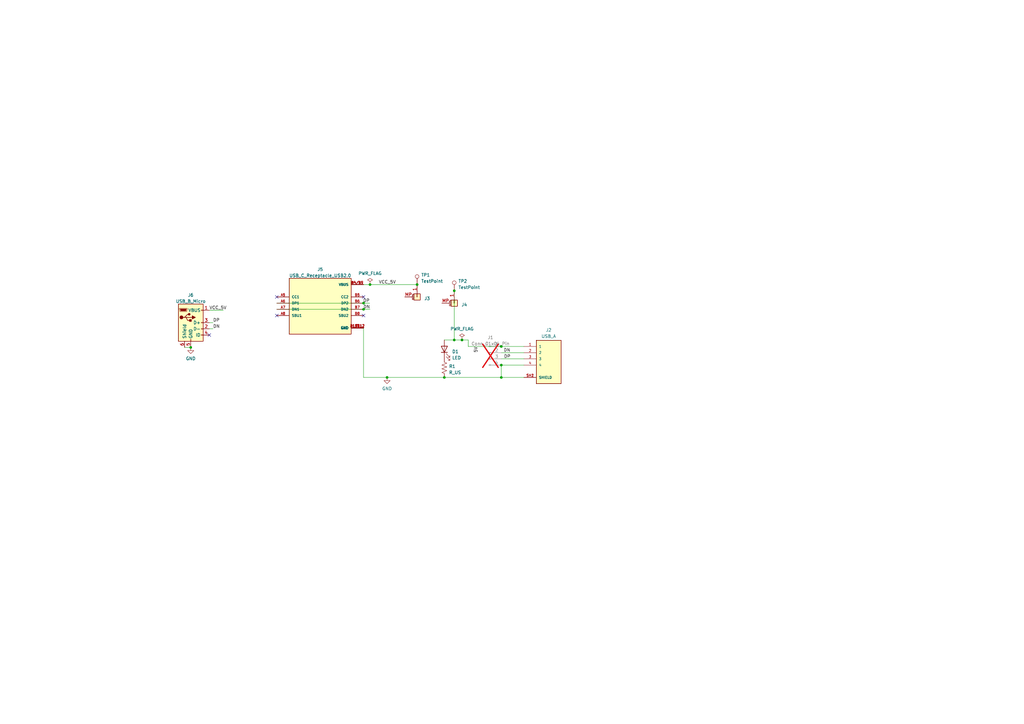
<source format=kicad_sch>
(kicad_sch (version 20230121) (generator eeschema)

  (uuid 8f52a1f3-af29-4f09-ad4b-07320ea77f78)

  (paper "A3")

  (lib_symbols
    (symbol "Connector:Conn_01x04_Pin" (pin_names (offset 1.016) hide) (in_bom yes) (on_board yes)
      (property "Reference" "J" (at 0 5.08 0)
        (effects (font (size 1.27 1.27)))
      )
      (property "Value" "Conn_01x04_Pin" (at 0 -7.62 0)
        (effects (font (size 1.27 1.27)))
      )
      (property "Footprint" "" (at 0 0 0)
        (effects (font (size 1.27 1.27)) hide)
      )
      (property "Datasheet" "~" (at 0 0 0)
        (effects (font (size 1.27 1.27)) hide)
      )
      (property "ki_locked" "" (at 0 0 0)
        (effects (font (size 1.27 1.27)))
      )
      (property "ki_keywords" "connector" (at 0 0 0)
        (effects (font (size 1.27 1.27)) hide)
      )
      (property "ki_description" "Generic connector, single row, 01x04, script generated" (at 0 0 0)
        (effects (font (size 1.27 1.27)) hide)
      )
      (property "ki_fp_filters" "Connector*:*_1x??_*" (at 0 0 0)
        (effects (font (size 1.27 1.27)) hide)
      )
      (symbol "Conn_01x04_Pin_1_1"
        (polyline
          (pts
            (xy 1.27 -5.08)
            (xy 0.8636 -5.08)
          )
          (stroke (width 0.1524) (type default))
          (fill (type none))
        )
        (polyline
          (pts
            (xy 1.27 -2.54)
            (xy 0.8636 -2.54)
          )
          (stroke (width 0.1524) (type default))
          (fill (type none))
        )
        (polyline
          (pts
            (xy 1.27 0)
            (xy 0.8636 0)
          )
          (stroke (width 0.1524) (type default))
          (fill (type none))
        )
        (polyline
          (pts
            (xy 1.27 2.54)
            (xy 0.8636 2.54)
          )
          (stroke (width 0.1524) (type default))
          (fill (type none))
        )
        (rectangle (start 0.8636 -4.953) (end 0 -5.207)
          (stroke (width 0.1524) (type default))
          (fill (type outline))
        )
        (rectangle (start 0.8636 -2.413) (end 0 -2.667)
          (stroke (width 0.1524) (type default))
          (fill (type outline))
        )
        (rectangle (start 0.8636 0.127) (end 0 -0.127)
          (stroke (width 0.1524) (type default))
          (fill (type outline))
        )
        (rectangle (start 0.8636 2.667) (end 0 2.413)
          (stroke (width 0.1524) (type default))
          (fill (type outline))
        )
        (pin passive line (at 5.08 2.54 180) (length 3.81)
          (name "Pin_1" (effects (font (size 1.27 1.27))))
          (number "1" (effects (font (size 1.27 1.27))))
        )
        (pin passive line (at 5.08 0 180) (length 3.81)
          (name "Pin_2" (effects (font (size 1.27 1.27))))
          (number "2" (effects (font (size 1.27 1.27))))
        )
        (pin passive line (at 5.08 -2.54 180) (length 3.81)
          (name "Pin_3" (effects (font (size 1.27 1.27))))
          (number "3" (effects (font (size 1.27 1.27))))
        )
        (pin passive line (at 5.08 -5.08 180) (length 3.81)
          (name "Pin_4" (effects (font (size 1.27 1.27))))
          (number "4" (effects (font (size 1.27 1.27))))
        )
      )
    )
    (symbol "Connector:TestPoint" (pin_numbers hide) (pin_names (offset 0.762) hide) (in_bom yes) (on_board yes)
      (property "Reference" "TP" (at 0 6.858 0)
        (effects (font (size 1.27 1.27)))
      )
      (property "Value" "TestPoint" (at 0 5.08 0)
        (effects (font (size 1.27 1.27)))
      )
      (property "Footprint" "" (at 5.08 0 0)
        (effects (font (size 1.27 1.27)) hide)
      )
      (property "Datasheet" "~" (at 5.08 0 0)
        (effects (font (size 1.27 1.27)) hide)
      )
      (property "ki_keywords" "test point tp" (at 0 0 0)
        (effects (font (size 1.27 1.27)) hide)
      )
      (property "ki_description" "test point" (at 0 0 0)
        (effects (font (size 1.27 1.27)) hide)
      )
      (property "ki_fp_filters" "Pin* Test*" (at 0 0 0)
        (effects (font (size 1.27 1.27)) hide)
      )
      (symbol "TestPoint_0_1"
        (circle (center 0 3.302) (radius 0.762)
          (stroke (width 0) (type default))
          (fill (type none))
        )
      )
      (symbol "TestPoint_1_1"
        (pin passive line (at 0 0 90) (length 2.54)
          (name "1" (effects (font (size 1.27 1.27))))
          (number "1" (effects (font (size 1.27 1.27))))
        )
      )
    )
    (symbol "Connector:USB_B_Micro" (pin_names (offset 1.016)) (in_bom yes) (on_board yes)
      (property "Reference" "J" (at -5.08 11.43 0)
        (effects (font (size 1.27 1.27)) (justify left))
      )
      (property "Value" "USB_B_Micro" (at -5.08 8.89 0)
        (effects (font (size 1.27 1.27)) (justify left))
      )
      (property "Footprint" "" (at 3.81 -1.27 0)
        (effects (font (size 1.27 1.27)) hide)
      )
      (property "Datasheet" "~" (at 3.81 -1.27 0)
        (effects (font (size 1.27 1.27)) hide)
      )
      (property "ki_keywords" "connector USB micro" (at 0 0 0)
        (effects (font (size 1.27 1.27)) hide)
      )
      (property "ki_description" "USB Micro Type B connector" (at 0 0 0)
        (effects (font (size 1.27 1.27)) hide)
      )
      (property "ki_fp_filters" "USB*" (at 0 0 0)
        (effects (font (size 1.27 1.27)) hide)
      )
      (symbol "USB_B_Micro_0_1"
        (rectangle (start -5.08 -7.62) (end 5.08 7.62)
          (stroke (width 0.254) (type default))
          (fill (type background))
        )
        (circle (center -3.81 2.159) (radius 0.635)
          (stroke (width 0.254) (type default))
          (fill (type outline))
        )
        (circle (center -0.635 3.429) (radius 0.381)
          (stroke (width 0.254) (type default))
          (fill (type outline))
        )
        (rectangle (start -0.127 -7.62) (end 0.127 -6.858)
          (stroke (width 0) (type default))
          (fill (type none))
        )
        (polyline
          (pts
            (xy -1.905 2.159)
            (xy 0.635 2.159)
          )
          (stroke (width 0.254) (type default))
          (fill (type none))
        )
        (polyline
          (pts
            (xy -3.175 2.159)
            (xy -2.54 2.159)
            (xy -1.27 3.429)
            (xy -0.635 3.429)
          )
          (stroke (width 0.254) (type default))
          (fill (type none))
        )
        (polyline
          (pts
            (xy -2.54 2.159)
            (xy -1.905 2.159)
            (xy -1.27 0.889)
            (xy 0 0.889)
          )
          (stroke (width 0.254) (type default))
          (fill (type none))
        )
        (polyline
          (pts
            (xy 0.635 2.794)
            (xy 0.635 1.524)
            (xy 1.905 2.159)
            (xy 0.635 2.794)
          )
          (stroke (width 0.254) (type default))
          (fill (type outline))
        )
        (polyline
          (pts
            (xy -4.318 5.588)
            (xy -1.778 5.588)
            (xy -2.032 4.826)
            (xy -4.064 4.826)
            (xy -4.318 5.588)
          )
          (stroke (width 0) (type default))
          (fill (type outline))
        )
        (polyline
          (pts
            (xy -4.699 5.842)
            (xy -4.699 5.588)
            (xy -4.445 4.826)
            (xy -4.445 4.572)
            (xy -1.651 4.572)
            (xy -1.651 4.826)
            (xy -1.397 5.588)
            (xy -1.397 5.842)
            (xy -4.699 5.842)
          )
          (stroke (width 0) (type default))
          (fill (type none))
        )
        (rectangle (start 0.254 1.27) (end -0.508 0.508)
          (stroke (width 0.254) (type default))
          (fill (type outline))
        )
        (rectangle (start 5.08 -5.207) (end 4.318 -4.953)
          (stroke (width 0) (type default))
          (fill (type none))
        )
        (rectangle (start 5.08 -2.667) (end 4.318 -2.413)
          (stroke (width 0) (type default))
          (fill (type none))
        )
        (rectangle (start 5.08 -0.127) (end 4.318 0.127)
          (stroke (width 0) (type default))
          (fill (type none))
        )
        (rectangle (start 5.08 4.953) (end 4.318 5.207)
          (stroke (width 0) (type default))
          (fill (type none))
        )
      )
      (symbol "USB_B_Micro_1_1"
        (pin power_out line (at 7.62 5.08 180) (length 2.54)
          (name "VBUS" (effects (font (size 1.27 1.27))))
          (number "1" (effects (font (size 1.27 1.27))))
        )
        (pin bidirectional line (at 7.62 -2.54 180) (length 2.54)
          (name "D-" (effects (font (size 1.27 1.27))))
          (number "2" (effects (font (size 1.27 1.27))))
        )
        (pin bidirectional line (at 7.62 0 180) (length 2.54)
          (name "D+" (effects (font (size 1.27 1.27))))
          (number "3" (effects (font (size 1.27 1.27))))
        )
        (pin passive line (at 7.62 -5.08 180) (length 2.54)
          (name "ID" (effects (font (size 1.27 1.27))))
          (number "4" (effects (font (size 1.27 1.27))))
        )
        (pin power_out line (at 0 -10.16 90) (length 2.54)
          (name "GND" (effects (font (size 1.27 1.27))))
          (number "5" (effects (font (size 1.27 1.27))))
        )
        (pin passive line (at -2.54 -10.16 90) (length 2.54)
          (name "Shield" (effects (font (size 1.27 1.27))))
          (number "6" (effects (font (size 1.27 1.27))))
        )
      )
    )
    (symbol "Connector_Generic_MountingPin:Conn_01x01_MountingPin" (pin_names (offset 1.016) hide) (in_bom yes) (on_board yes)
      (property "Reference" "J" (at 0 2.54 0)
        (effects (font (size 1.27 1.27)))
      )
      (property "Value" "Conn_01x01_MountingPin" (at 1.27 -2.54 0)
        (effects (font (size 1.27 1.27)) (justify left))
      )
      (property "Footprint" "" (at 0 0 0)
        (effects (font (size 1.27 1.27)) hide)
      )
      (property "Datasheet" "~" (at 0 0 0)
        (effects (font (size 1.27 1.27)) hide)
      )
      (property "ki_keywords" "connector" (at 0 0 0)
        (effects (font (size 1.27 1.27)) hide)
      )
      (property "ki_description" "Generic connectable mounting pin connector, single row, 01x01, script generated (kicad-library-utils/schlib/autogen/connector/)" (at 0 0 0)
        (effects (font (size 1.27 1.27)) hide)
      )
      (property "ki_fp_filters" "Connector*:*_1x??-1MP*" (at 0 0 0)
        (effects (font (size 1.27 1.27)) hide)
      )
      (symbol "Conn_01x01_MountingPin_1_1"
        (rectangle (start -1.27 0.127) (end 0 -0.127)
          (stroke (width 0.1524) (type default))
          (fill (type none))
        )
        (rectangle (start -1.27 1.27) (end 1.27 -1.27)
          (stroke (width 0.254) (type default))
          (fill (type background))
        )
        (polyline
          (pts
            (xy -1.016 -2.032)
            (xy 1.016 -2.032)
          )
          (stroke (width 0.1524) (type default))
          (fill (type none))
        )
        (text "Mounting" (at 0 -1.651 0)
          (effects (font (size 0.381 0.381)))
        )
        (pin passive line (at -5.08 0 0) (length 3.81)
          (name "Pin_1" (effects (font (size 1.27 1.27))))
          (number "1" (effects (font (size 1.27 1.27))))
        )
        (pin passive line (at 0 -5.08 90) (length 3.048)
          (name "MountPin" (effects (font (size 1.27 1.27))))
          (number "MP" (effects (font (size 1.27 1.27))))
        )
      )
    )
    (symbol "Device:LED" (pin_numbers hide) (pin_names (offset 1.016) hide) (in_bom yes) (on_board yes)
      (property "Reference" "D" (at 0 2.54 0)
        (effects (font (size 1.27 1.27)))
      )
      (property "Value" "LED" (at 0 -2.54 0)
        (effects (font (size 1.27 1.27)))
      )
      (property "Footprint" "" (at 0 0 0)
        (effects (font (size 1.27 1.27)) hide)
      )
      (property "Datasheet" "~" (at 0 0 0)
        (effects (font (size 1.27 1.27)) hide)
      )
      (property "ki_keywords" "LED diode" (at 0 0 0)
        (effects (font (size 1.27 1.27)) hide)
      )
      (property "ki_description" "Light emitting diode" (at 0 0 0)
        (effects (font (size 1.27 1.27)) hide)
      )
      (property "ki_fp_filters" "LED* LED_SMD:* LED_THT:*" (at 0 0 0)
        (effects (font (size 1.27 1.27)) hide)
      )
      (symbol "LED_0_1"
        (polyline
          (pts
            (xy -1.27 -1.27)
            (xy -1.27 1.27)
          )
          (stroke (width 0.254) (type default))
          (fill (type none))
        )
        (polyline
          (pts
            (xy -1.27 0)
            (xy 1.27 0)
          )
          (stroke (width 0) (type default))
          (fill (type none))
        )
        (polyline
          (pts
            (xy 1.27 -1.27)
            (xy 1.27 1.27)
            (xy -1.27 0)
            (xy 1.27 -1.27)
          )
          (stroke (width 0.254) (type default))
          (fill (type none))
        )
        (polyline
          (pts
            (xy -3.048 -0.762)
            (xy -4.572 -2.286)
            (xy -3.81 -2.286)
            (xy -4.572 -2.286)
            (xy -4.572 -1.524)
          )
          (stroke (width 0) (type default))
          (fill (type none))
        )
        (polyline
          (pts
            (xy -1.778 -0.762)
            (xy -3.302 -2.286)
            (xy -2.54 -2.286)
            (xy -3.302 -2.286)
            (xy -3.302 -1.524)
          )
          (stroke (width 0) (type default))
          (fill (type none))
        )
      )
      (symbol "LED_1_1"
        (pin passive line (at -3.81 0 0) (length 2.54)
          (name "K" (effects (font (size 1.27 1.27))))
          (number "1" (effects (font (size 1.27 1.27))))
        )
        (pin passive line (at 3.81 0 180) (length 2.54)
          (name "A" (effects (font (size 1.27 1.27))))
          (number "2" (effects (font (size 1.27 1.27))))
        )
      )
    )
    (symbol "Device:R_US" (pin_numbers hide) (pin_names (offset 0)) (in_bom yes) (on_board yes)
      (property "Reference" "R" (at 2.54 0 90)
        (effects (font (size 1.27 1.27)))
      )
      (property "Value" "R_US" (at -2.54 0 90)
        (effects (font (size 1.27 1.27)))
      )
      (property "Footprint" "" (at 1.016 -0.254 90)
        (effects (font (size 1.27 1.27)) hide)
      )
      (property "Datasheet" "~" (at 0 0 0)
        (effects (font (size 1.27 1.27)) hide)
      )
      (property "ki_keywords" "R res resistor" (at 0 0 0)
        (effects (font (size 1.27 1.27)) hide)
      )
      (property "ki_description" "Resistor, US symbol" (at 0 0 0)
        (effects (font (size 1.27 1.27)) hide)
      )
      (property "ki_fp_filters" "R_*" (at 0 0 0)
        (effects (font (size 1.27 1.27)) hide)
      )
      (symbol "R_US_0_1"
        (polyline
          (pts
            (xy 0 -2.286)
            (xy 0 -2.54)
          )
          (stroke (width 0) (type default))
          (fill (type none))
        )
        (polyline
          (pts
            (xy 0 2.286)
            (xy 0 2.54)
          )
          (stroke (width 0) (type default))
          (fill (type none))
        )
        (polyline
          (pts
            (xy 0 -0.762)
            (xy 1.016 -1.143)
            (xy 0 -1.524)
            (xy -1.016 -1.905)
            (xy 0 -2.286)
          )
          (stroke (width 0) (type default))
          (fill (type none))
        )
        (polyline
          (pts
            (xy 0 0.762)
            (xy 1.016 0.381)
            (xy 0 0)
            (xy -1.016 -0.381)
            (xy 0 -0.762)
          )
          (stroke (width 0) (type default))
          (fill (type none))
        )
        (polyline
          (pts
            (xy 0 2.286)
            (xy 1.016 1.905)
            (xy 0 1.524)
            (xy -1.016 1.143)
            (xy 0 0.762)
          )
          (stroke (width 0) (type default))
          (fill (type none))
        )
      )
      (symbol "R_US_1_1"
        (pin passive line (at 0 3.81 270) (length 1.27)
          (name "~" (effects (font (size 1.27 1.27))))
          (number "1" (effects (font (size 1.27 1.27))))
        )
        (pin passive line (at 0 -3.81 90) (length 1.27)
          (name "~" (effects (font (size 1.27 1.27))))
          (number "2" (effects (font (size 1.27 1.27))))
        )
      )
    )
    (symbol "UJ2-AH-4-SMT:UJ2-AH-4-SMT" (pin_names (offset 1.016)) (in_bom yes) (on_board yes)
      (property "Reference" "J" (at -5.0877 7.6315 0)
        (effects (font (size 1.27 1.27)) (justify left bottom))
      )
      (property "Value" "UJ2-AH-4-SMT" (at -5.0826 -12.7065 0)
        (effects (font (size 1.27 1.27)) (justify left bottom))
      )
      (property "Footprint" "UJ2-AH-4-SMT:CUI_UJ2-AH-4-SMT" (at 0 0 0)
        (effects (font (size 1.27 1.27)) (justify bottom) hide)
      )
      (property "Datasheet" "" (at 0 0 0)
        (effects (font (size 1.27 1.27)) hide)
      )
      (property "MF" "CUI Devices" (at 0 0 0)
        (effects (font (size 1.27 1.27)) (justify bottom) hide)
      )
      (property "Description" "Type A, USB 2.0, 480 Mbps, 30 Vac, 1 A, Right Angle, Surface Mount, 30 µin Plating Thickness, Black Insulator, USB Receptacle" (at 0 0 0)
        (effects (font (size 1.27 1.27)) (justify bottom) hide)
      )
      (property "Package" "None" (at 0 0 0)
        (effects (font (size 1.27 1.27)) (justify bottom) hide)
      )
      (property "Price" "None" (at 0 0 0)
        (effects (font (size 1.27 1.27)) (justify bottom) hide)
      )
      (property "Check_prices" "https://www.snapeda.com/parts/UJ2-AH-4-SMT-TR/CUI+Devices/view-part/?ref=eda" (at 0 0 0)
        (effects (font (size 1.27 1.27)) (justify bottom) hide)
      )
      (property "PART_REV" "1.01" (at 0 0 0)
        (effects (font (size 1.27 1.27)) (justify bottom) hide)
      )
      (property "STANDARD" "MANUFACTURER RECOMMENDATIONS" (at 0 0 0)
        (effects (font (size 1.27 1.27)) (justify bottom) hide)
      )
      (property "SnapEDA_Link" "https://www.snapeda.com/parts/UJ2-AH-4-SMT-TR/CUI+Devices/view-part/?ref=snap" (at 0 0 0)
        (effects (font (size 1.27 1.27)) (justify bottom) hide)
      )
      (property "MP" "UJ2-AH-4-SMT-TR" (at 0 0 0)
        (effects (font (size 1.27 1.27)) (justify bottom) hide)
      )
      (property "Purchase-URL" "https://www.snapeda.com/api/url_track_click_mouser/?unipart_id=3606547&manufacturer=CUI Devices&part_name=UJ2-AH-4-SMT-TR&search_term=uj2-ah-4-smt-tr" (at 0 0 0)
        (effects (font (size 1.27 1.27)) (justify bottom) hide)
      )
      (property "CUI_purchase_URL" "https://www.cuidevices.com/product/interconnect/connectors/usb-connectors/uj2-ah-4-smt?utm_source=snapeda.com&utm_medium=referral&utm_campaign=snapedaBOM" (at 0 0 0)
        (effects (font (size 1.27 1.27)) (justify bottom) hide)
      )
      (property "Availability" "In Stock" (at 0 0 0)
        (effects (font (size 1.27 1.27)) (justify bottom) hide)
      )
      (property "MANUFACTURER" "CUI INC" (at 0 0 0)
        (effects (font (size 1.27 1.27)) (justify bottom) hide)
      )
      (symbol "UJ2-AH-4-SMT_0_0"
        (rectangle (start -5.08 -10.16) (end 5.08 7.62)
          (stroke (width 0.254) (type default))
          (fill (type background))
        )
        (pin passive line (at 10.16 5.08 180) (length 5.08)
          (name "1" (effects (font (size 1.016 1.016))))
          (number "1" (effects (font (size 1.016 1.016))))
        )
        (pin passive line (at 10.16 2.54 180) (length 5.08)
          (name "2" (effects (font (size 1.016 1.016))))
          (number "2" (effects (font (size 1.016 1.016))))
        )
        (pin passive line (at 10.16 0 180) (length 5.08)
          (name "3" (effects (font (size 1.016 1.016))))
          (number "3" (effects (font (size 1.016 1.016))))
        )
        (pin passive line (at 10.16 -2.54 180) (length 5.08)
          (name "4" (effects (font (size 1.016 1.016))))
          (number "4" (effects (font (size 1.016 1.016))))
        )
        (pin passive line (at 10.16 -7.62 180) (length 5.08)
          (name "SHIELD" (effects (font (size 1.016 1.016))))
          (number "SH1" (effects (font (size 1.016 1.016))))
        )
        (pin passive line (at 10.16 -7.62 180) (length 5.08)
          (name "SHIELD" (effects (font (size 1.016 1.016))))
          (number "SH2" (effects (font (size 1.016 1.016))))
        )
      )
    )
    (symbol "USB4110GFA:USB4110GFA" (pin_names (offset 1.016)) (in_bom yes) (on_board yes)
      (property "Reference" "J" (at -12.7 11.43 0)
        (effects (font (size 1.27 1.27)) (justify left bottom))
      )
      (property "Value" "USB4110GFA" (at -12.7 -15.24 0)
        (effects (font (size 1.27 1.27)) (justify left bottom))
      )
      (property "Footprint" "USB4110GFA:GCT_USB4110GFA" (at 0 0 0)
        (effects (font (size 1.27 1.27)) (justify bottom) hide)
      )
      (property "Datasheet" "" (at 0 0 0)
        (effects (font (size 1.27 1.27)) hide)
      )
      (property "MF" "Global Connector Technology" (at 0 0 0)
        (effects (font (size 1.27 1.27)) (justify bottom) hide)
      )
      (property "Description" "\nUSB-C (USB TYPE-C) USB 2.0 Receptacle Connector 24 (16+8 Dummy) Position Surface Mount, Right Angle\n" (at 0 0 0)
        (effects (font (size 1.27 1.27)) (justify bottom) hide)
      )
      (property "Package" "None" (at 0 0 0)
        (effects (font (size 1.27 1.27)) (justify bottom) hide)
      )
      (property "Price" "None" (at 0 0 0)
        (effects (font (size 1.27 1.27)) (justify bottom) hide)
      )
      (property "SnapEDA_Link" "https://www.snapeda.com/parts/USB4110GFA/Global+Connector+Technology/view-part/?ref=snap" (at 0 0 0)
        (effects (font (size 1.27 1.27)) (justify bottom) hide)
      )
      (property "MP" "USB4110GFA" (at 0 0 0)
        (effects (font (size 1.27 1.27)) (justify bottom) hide)
      )
      (property "Availability" "In Stock" (at 0 0 0)
        (effects (font (size 1.27 1.27)) (justify bottom) hide)
      )
      (property "Check_prices" "https://www.snapeda.com/parts/USB4110GFA/Global+Connector+Technology/view-part/?ref=eda" (at 0 0 0)
        (effects (font (size 1.27 1.27)) (justify bottom) hide)
      )
      (symbol "USB4110GFA_0_0"
        (rectangle (start -12.7 -12.7) (end 12.7 10.16)
          (stroke (width 0.254) (type default))
          (fill (type background))
        )
        (pin power_in line (at 17.78 -10.16 180) (length 5.08)
          (name "GND" (effects (font (size 1.016 1.016))))
          (number "A1/B12" (effects (font (size 1.016 1.016))))
        )
        (pin power_in line (at 17.78 7.62 180) (length 5.08)
          (name "VBUS" (effects (font (size 1.016 1.016))))
          (number "A4/B9" (effects (font (size 1.016 1.016))))
        )
        (pin bidirectional line (at -17.78 2.54 0) (length 5.08)
          (name "CC1" (effects (font (size 1.016 1.016))))
          (number "A5" (effects (font (size 1.016 1.016))))
        )
        (pin bidirectional line (at -17.78 0 0) (length 5.08)
          (name "DP1" (effects (font (size 1.016 1.016))))
          (number "A6" (effects (font (size 1.016 1.016))))
        )
        (pin bidirectional line (at -17.78 -2.54 0) (length 5.08)
          (name "DN1" (effects (font (size 1.016 1.016))))
          (number "A7" (effects (font (size 1.016 1.016))))
        )
        (pin bidirectional line (at -17.78 -5.08 0) (length 5.08)
          (name "SBU1" (effects (font (size 1.016 1.016))))
          (number "A8" (effects (font (size 1.016 1.016))))
        )
        (pin power_in line (at 17.78 -10.16 180) (length 5.08)
          (name "GND" (effects (font (size 1.016 1.016))))
          (number "B1/A12" (effects (font (size 1.016 1.016))))
        )
        (pin power_in line (at 17.78 7.62 180) (length 5.08)
          (name "VBUS" (effects (font (size 1.016 1.016))))
          (number "B4/A9" (effects (font (size 1.016 1.016))))
        )
        (pin bidirectional line (at 17.78 2.54 180) (length 5.08)
          (name "CC2" (effects (font (size 1.016 1.016))))
          (number "B5" (effects (font (size 1.016 1.016))))
        )
        (pin bidirectional line (at 17.78 0 180) (length 5.08)
          (name "DP2" (effects (font (size 1.016 1.016))))
          (number "B6" (effects (font (size 1.016 1.016))))
        )
        (pin bidirectional line (at 17.78 -2.54 180) (length 5.08)
          (name "DN2" (effects (font (size 1.016 1.016))))
          (number "B7" (effects (font (size 1.016 1.016))))
        )
        (pin bidirectional line (at 17.78 -5.08 180) (length 5.08)
          (name "SBU2" (effects (font (size 1.016 1.016))))
          (number "B8" (effects (font (size 1.016 1.016))))
        )
        (pin power_in line (at 17.78 -10.16 180) (length 5.08)
          (name "GND" (effects (font (size 1.016 1.016))))
          (number "S1" (effects (font (size 1.016 1.016))))
        )
        (pin power_in line (at 17.78 -10.16 180) (length 5.08)
          (name "GND" (effects (font (size 1.016 1.016))))
          (number "S2" (effects (font (size 1.016 1.016))))
        )
        (pin power_in line (at 17.78 -10.16 180) (length 5.08)
          (name "GND" (effects (font (size 1.016 1.016))))
          (number "S3" (effects (font (size 1.016 1.016))))
        )
        (pin power_in line (at 17.78 -10.16 180) (length 5.08)
          (name "GND" (effects (font (size 1.016 1.016))))
          (number "S4" (effects (font (size 1.016 1.016))))
        )
      )
    )
    (symbol "power:GND" (power) (pin_names (offset 0)) (in_bom yes) (on_board yes)
      (property "Reference" "#PWR" (at 0 -6.35 0)
        (effects (font (size 1.27 1.27)) hide)
      )
      (property "Value" "GND" (at 0 -3.81 0)
        (effects (font (size 1.27 1.27)))
      )
      (property "Footprint" "" (at 0 0 0)
        (effects (font (size 1.27 1.27)) hide)
      )
      (property "Datasheet" "" (at 0 0 0)
        (effects (font (size 1.27 1.27)) hide)
      )
      (property "ki_keywords" "global power" (at 0 0 0)
        (effects (font (size 1.27 1.27)) hide)
      )
      (property "ki_description" "Power symbol creates a global label with name \"GND\" , ground" (at 0 0 0)
        (effects (font (size 1.27 1.27)) hide)
      )
      (symbol "GND_0_1"
        (polyline
          (pts
            (xy 0 0)
            (xy 0 -1.27)
            (xy 1.27 -1.27)
            (xy 0 -2.54)
            (xy -1.27 -1.27)
            (xy 0 -1.27)
          )
          (stroke (width 0) (type default))
          (fill (type none))
        )
      )
      (symbol "GND_1_1"
        (pin power_in line (at 0 0 270) (length 0) hide
          (name "GND" (effects (font (size 1.27 1.27))))
          (number "1" (effects (font (size 1.27 1.27))))
        )
      )
    )
    (symbol "power:PWR_FLAG" (power) (pin_numbers hide) (pin_names (offset 0) hide) (in_bom yes) (on_board yes)
      (property "Reference" "#FLG" (at 0 1.905 0)
        (effects (font (size 1.27 1.27)) hide)
      )
      (property "Value" "PWR_FLAG" (at 0 3.81 0)
        (effects (font (size 1.27 1.27)))
      )
      (property "Footprint" "" (at 0 0 0)
        (effects (font (size 1.27 1.27)) hide)
      )
      (property "Datasheet" "~" (at 0 0 0)
        (effects (font (size 1.27 1.27)) hide)
      )
      (property "ki_keywords" "flag power" (at 0 0 0)
        (effects (font (size 1.27 1.27)) hide)
      )
      (property "ki_description" "Special symbol for telling ERC where power comes from" (at 0 0 0)
        (effects (font (size 1.27 1.27)) hide)
      )
      (symbol "PWR_FLAG_0_0"
        (pin power_out line (at 0 0 90) (length 0)
          (name "pwr" (effects (font (size 1.27 1.27))))
          (number "1" (effects (font (size 1.27 1.27))))
        )
      )
      (symbol "PWR_FLAG_0_1"
        (polyline
          (pts
            (xy 0 0)
            (xy 0 1.27)
            (xy -1.016 1.905)
            (xy 0 2.54)
            (xy 1.016 1.905)
            (xy 0 1.27)
          )
          (stroke (width 0) (type default))
          (fill (type none))
        )
      )
    )
  )

  (junction (at 158.75 154.813) (diameter 0) (color 0 0 0 0)
    (uuid 1feaab27-b7ac-45f5-b0c6-83d95775c64c)
  )
  (junction (at 205.613 149.733) (diameter 0) (color 0 0 0 0)
    (uuid 20d24050-1eac-400b-8b2f-f93015a0ccc7)
  )
  (junction (at 186.309 119.253) (diameter 0) (color 0 0 0 0)
    (uuid 2549b249-c9da-4de3-9bba-d053446ebff4)
  )
  (junction (at 205.613 154.813) (diameter 0) (color 0 0 0 0)
    (uuid 626eab5d-f12d-44ae-a7dc-096a75c643eb)
  )
  (junction (at 78.232 142.494) (diameter 0) (color 0 0 0 0)
    (uuid 64d22d01-f07c-44b5-bacc-6a7877c81898)
  )
  (junction (at 151.765 116.713) (diameter 0) (color 0 0 0 0)
    (uuid 6bc4a73e-6d10-40ac-b38c-38a74060efb5)
  )
  (junction (at 189.484 139.446) (diameter 0) (color 0 0 0 0)
    (uuid 95fa9021-80d1-411a-8dc3-bbbac01349d7)
  )
  (junction (at 149.098 124.333) (diameter 0) (color 0 0 0 0)
    (uuid 97ff47d9-23a9-4322-82d4-8897d21ac06c)
  )
  (junction (at 149.098 126.873) (diameter 0) (color 0 0 0 0)
    (uuid 992f8714-7c07-41f6-9403-4853efda28df)
  )
  (junction (at 182.245 154.813) (diameter 0) (color 0 0 0 0)
    (uuid b3098a08-0a36-4911-b5bc-6897a778dbb1)
  )
  (junction (at 205.613 142.113) (diameter 0) (color 0 0 0 0)
    (uuid c9dd10cd-aba4-4d49-8fe5-e2a7401caf83)
  )
  (junction (at 171.069 116.713) (diameter 0) (color 0 0 0 0)
    (uuid e166777c-7a6d-40e2-9f8b-5bdf0976ff08)
  )
  (junction (at 186.309 139.446) (diameter 0) (color 0 0 0 0)
    (uuid e5fca881-61f5-47be-acb0-1e1f4a3c2789)
  )

  (no_connect (at 113.538 129.413) (uuid 489eafc1-113e-43ce-a065-fd3f9a00627d))
  (no_connect (at 85.852 137.414) (uuid 7b6fe9d1-6114-4d77-8dbc-62f087453cfc))
  (no_connect (at 149.098 129.413) (uuid a1d1a0a5-0b06-4844-a7d2-e6a7e789d0ad))
  (no_connect (at 149.098 121.793) (uuid ddd681ee-9bdf-4a71-a2f6-361095b0618c))
  (no_connect (at 113.538 121.793) (uuid f4b118f1-3862-432f-9616-509d1dc38f0d))

  (wire (pts (xy 113.538 126.873) (xy 149.098 126.873))
    (stroke (width 0) (type default))
    (uuid 01aaa46b-542d-4e7f-aa3f-d9fd9e65d96c)
  )
  (wire (pts (xy 85.852 127.254) (xy 91.567 127.254))
    (stroke (width 0) (type default))
    (uuid 0eabe846-5555-422e-9dda-d1048f8cede3)
  )
  (wire (pts (xy 192.024 142.113) (xy 205.613 142.113))
    (stroke (width 0) (type default))
    (uuid 15afc7e4-0112-4961-b3ba-83e50ebf44bf)
  )
  (wire (pts (xy 189.484 139.446) (xy 192.024 139.446))
    (stroke (width 0) (type default))
    (uuid 179a441e-8a27-4f8c-b6fe-519781598246)
  )
  (wire (pts (xy 182.245 139.446) (xy 186.309 139.446))
    (stroke (width 0) (type default))
    (uuid 264d6144-2faf-4f1b-be79-3631889c2d57)
  )
  (wire (pts (xy 186.309 139.446) (xy 189.484 139.446))
    (stroke (width 0) (type default))
    (uuid 3baf081b-3ec1-47e1-9b9c-d3ac7e48853a)
  )
  (wire (pts (xy 149.098 126.873) (xy 151.765 126.873))
    (stroke (width 0) (type default))
    (uuid 4395f2bc-0269-4a9f-8126-b0ed16821574)
  )
  (wire (pts (xy 149.098 134.493) (xy 149.098 154.813))
    (stroke (width 0) (type default))
    (uuid 4d6603d8-dfb3-4062-b5c3-355b50030988)
  )
  (wire (pts (xy 151.765 116.713) (xy 171.069 116.713))
    (stroke (width 0) (type default))
    (uuid 518cc5ba-6187-403b-83e0-c585d7019a4f)
  )
  (wire (pts (xy 158.75 154.813) (xy 182.245 154.813))
    (stroke (width 0) (type default))
    (uuid 5b28cec9-283e-4fdf-a491-7f33f3db3e19)
  )
  (wire (pts (xy 182.245 154.813) (xy 205.613 154.813))
    (stroke (width 0) (type default))
    (uuid 6b3b58bb-c7af-4690-871e-b506367765b3)
  )
  (wire (pts (xy 151.765 116.713) (xy 149.098 116.713))
    (stroke (width 0) (type default))
    (uuid 74887dd6-c325-4917-bb6b-9ffc82c5dfad)
  )
  (wire (pts (xy 182.245 154.686) (xy 182.245 154.813))
    (stroke (width 0) (type default))
    (uuid 83b51f19-6243-4872-b576-3402f156b779)
  )
  (wire (pts (xy 85.852 132.334) (xy 87.376 132.334))
    (stroke (width 0) (type default))
    (uuid 9ca8ef67-a50c-42be-856d-6181de9dc859)
  )
  (wire (pts (xy 149.098 124.333) (xy 151.638 124.333))
    (stroke (width 0) (type default))
    (uuid a7ab62b1-dc83-4f51-9233-5fb772598883)
  )
  (wire (pts (xy 186.309 119.253) (xy 186.309 139.446))
    (stroke (width 0) (type default))
    (uuid b712fef5-28c3-49c3-9292-2a02ffb958e1)
  )
  (wire (pts (xy 205.613 142.113) (xy 214.884 142.113))
    (stroke (width 0) (type default))
    (uuid bc15f252-8881-4022-b1cc-3a7060a704ae)
  )
  (wire (pts (xy 149.098 154.813) (xy 158.75 154.813))
    (stroke (width 0) (type default))
    (uuid bc55e81b-4d0f-4781-a853-cc0e0d052af1)
  )
  (wire (pts (xy 85.852 134.874) (xy 87.376 134.874))
    (stroke (width 0) (type default))
    (uuid be12ab4f-e5b8-4440-8f0c-3d6cb68c24cc)
  )
  (wire (pts (xy 205.613 149.733) (xy 205.613 154.813))
    (stroke (width 0) (type default))
    (uuid d1fff5ba-9e85-48d5-9558-92809d3ef7e6)
  )
  (wire (pts (xy 205.613 144.653) (xy 214.884 144.653))
    (stroke (width 0) (type default))
    (uuid d8b97cfa-4ac4-4dd3-bd2f-27ba594f5395)
  )
  (wire (pts (xy 75.692 142.494) (xy 78.232 142.494))
    (stroke (width 0) (type default))
    (uuid db30cd31-9924-4262-9ae7-8611c4f7fef3)
  )
  (wire (pts (xy 205.613 147.193) (xy 214.884 147.193))
    (stroke (width 0) (type default))
    (uuid e5833a11-94df-464c-865b-f9e04fc5c3bf)
  )
  (wire (pts (xy 205.613 154.813) (xy 214.884 154.813))
    (stroke (width 0) (type default))
    (uuid ea37baab-0b48-41fc-a6ef-31ae7814c9bb)
  )
  (wire (pts (xy 113.538 124.333) (xy 149.098 124.333))
    (stroke (width 0) (type default))
    (uuid ea9ebd43-2488-404a-8694-35a901f959d6)
  )
  (wire (pts (xy 192.024 139.446) (xy 192.024 142.113))
    (stroke (width 0) (type default))
    (uuid ec7bbf69-b7ab-484d-9a61-6fb8a749c321)
  )
  (wire (pts (xy 205.613 149.733) (xy 214.884 149.733))
    (stroke (width 0) (type default))
    (uuid f026dc49-acf1-4b91-ae9e-87aa1e372031)
  )

  (label "DN" (at 151.765 126.873 180) (fields_autoplaced)
    (effects (font (size 1.27 1.27)) (justify right bottom))
    (uuid 009d1281-875e-441a-a0fb-28fbd4f26a10)
  )
  (label "DP" (at 206.6798 147.193 0) (fields_autoplaced)
    (effects (font (size 1.27 1.27)) (justify left bottom))
    (uuid 1681f569-866b-4722-9046-89f5892d25d0)
  )
  (label "DN" (at 206.5528 144.653 0) (fields_autoplaced)
    (effects (font (size 1.27 1.27)) (justify left bottom))
    (uuid 22748f97-9a50-4497-8ff8-09254f316486)
  )
  (label "5V" (at 196.215 142.113 270) (fields_autoplaced)
    (effects (font (size 1.27 1.27)) (justify right bottom))
    (uuid 62585b9e-1a14-4233-99f3-3be747fe55e8)
  )
  (label "DP" (at 151.638 124.333 180) (fields_autoplaced)
    (effects (font (size 1.27 1.27)) (justify right bottom))
    (uuid 66b14ac8-6597-431a-8d20-8a0998832d3d)
  )
  (label "DN" (at 87.376 134.874 0) (fields_autoplaced)
    (effects (font (size 1.27 1.27)) (justify left bottom))
    (uuid 78a73ab3-7384-4502-a3aa-be2e7361ab97)
  )
  (label "VCC_5V" (at 85.852 127.254 0) (fields_autoplaced)
    (effects (font (size 1.27 1.27)) (justify left bottom))
    (uuid 89e4b302-f7f1-49a2-b2d3-439aa92de4eb)
  )
  (label "VCC_5V" (at 155.321 116.713 0) (fields_autoplaced)
    (effects (font (size 1.27 1.27)) (justify left bottom))
    (uuid 9adbc52d-1976-4e96-8ef2-dd7ce774ffe6)
  )
  (label "DP" (at 87.376 132.334 0) (fields_autoplaced)
    (effects (font (size 1.27 1.27)) (justify left bottom))
    (uuid c7ed04da-cd21-45c0-8e1d-2116451c73e5)
  )

  (symbol (lib_id "Connector_Generic_MountingPin:Conn_01x01_MountingPin") (at 171.069 121.793 270) (unit 1)
    (in_bom yes) (on_board yes) (dnp no) (fields_autoplaced)
    (uuid 0bbfebaa-9d97-48c4-ae16-5ccfb7e3a4d8)
    (property "Reference" "J3" (at 173.99 122.428 90)
      (effects (font (size 1.27 1.27)) (justify left))
    )
    (property "Value" "Conn_01x01_MountingPin" (at 173.99 123.698 90)
      (effects (font (size 1.27 1.27)) (justify left) hide)
    )
    (property "Footprint" "Connector_Pin:Pin_D1.0mm_L10.0mm" (at 171.069 121.793 0)
      (effects (font (size 1.27 1.27)) hide)
    )
    (property "Datasheet" "~" (at 171.069 121.793 0)
      (effects (font (size 1.27 1.27)) hide)
    )
    (pin "1" (uuid 18e6b7f1-f941-492f-a534-0c2eaafe8f79))
    (pin "MP" (uuid 1f1dd4e2-0129-43c4-b310-1cf7b118f79f))
    (instances
      (project "usb test board"
        (path "/8f52a1f3-af29-4f09-ad4b-07320ea77f78"
          (reference "J3") (unit 1)
        )
      )
    )
  )

  (symbol (lib_id "USB4110GFA:USB4110GFA") (at 131.318 124.333 0) (unit 1)
    (in_bom yes) (on_board yes) (dnp no) (fields_autoplaced)
    (uuid 3b0e5453-30c6-4de0-93d1-d54af561f34c)
    (property "Reference" "J5" (at 131.318 110.49 0)
      (effects (font (size 1.27 1.27)))
    )
    (property "Value" "USB_C_Receptacle_USB2.0" (at 131.318 113.03 0)
      (effects (font (size 1.27 1.27)))
    )
    (property "Footprint" "USB4110GFA:GCT_USB4110GFA" (at 131.318 124.333 0)
      (effects (font (size 1.27 1.27)) (justify bottom) hide)
    )
    (property "Datasheet" "https://www.usb.org/sites/default/files/documents/usb_type-c.zip" (at 131.318 124.333 0)
      (effects (font (size 1.27 1.27)) hide)
    )
    (property "DigiKey_Part_Number" "2073-USB4135-GF-ATR-ND" (at 131.318 124.333 0)
      (effects (font (size 1.27 1.27)) (justify bottom) hide)
    )
    (property "SnapEDA_Link" "https://www.snapeda.com/parts/USB4110GFA/Global+Connector+Technology/view-part/?ref=snap" (at 131.318 124.333 0)
      (effects (font (size 1.27 1.27)) (justify bottom) hide)
    )
    (property "MAXIMUM_PACKAGE_HEIGHT" "3.25 mm" (at 131.318 124.333 0)
      (effects (font (size 1.27 1.27)) (justify bottom) hide)
    )
    (property "Package" "None" (at 131.318 124.333 0)
      (effects (font (size 1.27 1.27)) (justify bottom) hide)
    )
    (property "Check_prices" "https://www.snapeda.com/parts/USB4110GFA/Global+Connector+Technology/view-part/?ref=eda" (at 131.318 124.333 0)
      (effects (font (size 1.27 1.27)) (justify bottom) hide)
    )
    (property "STANDARD" "Manufacturer Recommendations" (at 131.318 124.333 0)
      (effects (font (size 1.27 1.27)) (justify bottom) hide)
    )
    (property "PARTREV" "A" (at 131.318 124.333 0)
      (effects (font (size 1.27 1.27)) (justify bottom) hide)
    )
    (property "MF" "Global Connector Technology" (at 131.318 124.333 0)
      (effects (font (size 1.27 1.27)) (justify bottom) hide)
    )
    (property "MP" "USB4110GFA" (at 131.318 124.333 0)
      (effects (font (size 1.27 1.27)) (justify bottom) hide)
    )
    (property "Description" "\nUSB-C (USB TYPE-C) USB 2.0 Receptacle Connector 24 (16+8 Dummy) Position Surface Mount, Right Angle\n" (at 131.318 124.333 0)
      (effects (font (size 1.27 1.27)) (justify bottom) hide)
    )
    (property "MANUFACTURER" "GCT" (at 131.318 124.333 0)
      (effects (font (size 1.27 1.27)) (justify bottom) hide)
    )
    (property "Price" "None" (at 131.318 124.333 0)
      (effects (font (size 1.27 1.27)) (justify bottom) hide)
    )
    (property "Availability" "In Stock" (at 131.318 124.333 0)
      (effects (font (size 1.27 1.27)) (justify bottom) hide)
    )
    (pin "A1/B12" (uuid 42eb843a-5dfd-4910-84d8-ad35693de3d4))
    (pin "A4/B9" (uuid d7ea2b63-93ae-4ab4-89ce-ed157481babc))
    (pin "A5" (uuid e0eb9304-b84a-4baf-bc02-a86fed31a071))
    (pin "A6" (uuid b39ae7d0-5acc-461f-add7-b0fbef368741))
    (pin "A7" (uuid 804ca738-7c81-478a-b789-36361cfa01db))
    (pin "A8" (uuid 89dac7f0-8f2c-4b7d-adc8-9e4b9ed4ad83))
    (pin "B1/A12" (uuid 4661d7ee-5e27-4d78-99b5-d5269d9561e7))
    (pin "B4/A9" (uuid 4f2546bc-9b8b-4c24-96db-997374a789fe))
    (pin "B5" (uuid a84b5b27-d01c-455e-842a-0fd34264a4d2))
    (pin "B6" (uuid 80f6da90-79ee-470e-9c07-1a0510d92ff4))
    (pin "B7" (uuid 31265bc3-44e5-43db-8854-38287f47fce1))
    (pin "B8" (uuid 3179c6c2-9746-4775-adc1-005980c5476c))
    (pin "S1" (uuid 4c2d1fad-67f5-4aa7-864c-65001f9d7c99))
    (pin "S2" (uuid 28270ce4-dc87-4634-a751-eed50a315a52))
    (pin "S3" (uuid 8f8236db-dd8f-447c-8356-d925d1001894))
    (pin "S4" (uuid 9f5fed70-197e-4ebb-bb65-1817f536b90d))
    (instances
      (project "usb test board"
        (path "/8f52a1f3-af29-4f09-ad4b-07320ea77f78"
          (reference "J5") (unit 1)
        )
      )
    )
  )

  (symbol (lib_id "power:GND") (at 78.232 142.494 0) (unit 1)
    (in_bom yes) (on_board yes) (dnp no) (fields_autoplaced)
    (uuid 4230380d-04ec-439a-8c68-c2f350ee1f68)
    (property "Reference" "#PWR03" (at 78.232 148.844 0)
      (effects (font (size 1.27 1.27)) hide)
    )
    (property "Value" "GND" (at 78.232 147.066 0)
      (effects (font (size 1.27 1.27)))
    )
    (property "Footprint" "" (at 78.232 142.494 0)
      (effects (font (size 1.27 1.27)) hide)
    )
    (property "Datasheet" "" (at 78.232 142.494 0)
      (effects (font (size 1.27 1.27)) hide)
    )
    (pin "1" (uuid eedd3448-8c44-4035-a793-6d6275b0e3ba))
    (instances
      (project "usb test board"
        (path "/8f52a1f3-af29-4f09-ad4b-07320ea77f78"
          (reference "#PWR03") (unit 1)
        )
      )
    )
  )

  (symbol (lib_id "Device:LED") (at 182.245 143.256 90) (unit 1)
    (in_bom yes) (on_board yes) (dnp no) (fields_autoplaced)
    (uuid 4b1d9be1-2122-4754-9a6a-77df55e1b96d)
    (property "Reference" "D1" (at 185.42 144.2085 90)
      (effects (font (size 1.27 1.27)) (justify right))
    )
    (property "Value" "LED" (at 185.42 146.7485 90)
      (effects (font (size 1.27 1.27)) (justify right))
    )
    (property "Footprint" "LED_SMD:LED_1206_3216Metric_Pad1.42x1.75mm_HandSolder" (at 182.245 143.256 0)
      (effects (font (size 1.27 1.27)) hide)
    )
    (property "Datasheet" "~" (at 182.245 143.256 0)
      (effects (font (size 1.27 1.27)) hide)
    )
    (pin "1" (uuid 14e2e1fe-075a-4f91-8a59-8f6a786650ae))
    (pin "2" (uuid d25f2490-94b3-49fa-a914-6c2488a332de))
    (instances
      (project "usb test board"
        (path "/8f52a1f3-af29-4f09-ad4b-07320ea77f78"
          (reference "D1") (unit 1)
        )
      )
    )
  )

  (symbol (lib_id "UJ2-AH-4-SMT:UJ2-AH-4-SMT") (at 225.044 147.193 0) (mirror y) (unit 1)
    (in_bom yes) (on_board yes) (dnp no)
    (uuid 4ecffd4b-c62a-4c4a-9050-3cd8b8996c8e)
    (property "Reference" "J2" (at 225.044 135.382 0)
      (effects (font (size 1.27 1.27)))
    )
    (property "Value" "USB_A" (at 225.044 137.922 0)
      (effects (font (size 1.27 1.27)))
    )
    (property "Footprint" "UJ2-AH-4-SMT:CUI_UJ2-AH-4-SMT" (at 225.044 147.193 0)
      (effects (font (size 1.27 1.27)) (justify bottom) hide)
    )
    (property "Datasheet" " ~" (at 225.044 147.193 0)
      (effects (font (size 1.27 1.27)) hide)
    )
    (property "MF" "CUI Devices" (at 225.044 147.193 0)
      (effects (font (size 1.27 1.27)) (justify bottom) hide)
    )
    (property "Description" "Type A, USB 2.0, 480 Mbps, 30 Vac, 1 A, Right Angle, Surface Mount, 30 µin Plating Thickness, Black Insulator, USB Receptacle" (at 225.044 147.193 0)
      (effects (font (size 1.27 1.27)) (justify bottom) hide)
    )
    (property "Package" "None" (at 225.044 147.193 0)
      (effects (font (size 1.27 1.27)) (justify bottom) hide)
    )
    (property "Price" "None" (at 225.044 147.193 0)
      (effects (font (size 1.27 1.27)) (justify bottom) hide)
    )
    (property "Check_prices" "https://www.snapeda.com/parts/UJ2-AH-4-SMT-TR/CUI+Devices/view-part/?ref=eda" (at 225.044 147.193 0)
      (effects (font (size 1.27 1.27)) (justify bottom) hide)
    )
    (property "PART_REV" "1.01" (at 225.044 147.193 0)
      (effects (font (size 1.27 1.27)) (justify bottom) hide)
    )
    (property "STANDARD" "MANUFACTURER RECOMMENDATIONS" (at 225.044 147.193 0)
      (effects (font (size 1.27 1.27)) (justify bottom) hide)
    )
    (property "SnapEDA_Link" "https://www.snapeda.com/parts/UJ2-AH-4-SMT-TR/CUI+Devices/view-part/?ref=snap" (at 225.044 147.193 0)
      (effects (font (size 1.27 1.27)) (justify bottom) hide)
    )
    (property "MP" "UJ2-AH-4-SMT-TR" (at 225.044 147.193 0)
      (effects (font (size 1.27 1.27)) (justify bottom) hide)
    )
    (property "Purchase-URL" "https://www.snapeda.com/api/url_track_click_mouser/?unipart_id=3606547&manufacturer=CUI Devices&part_name=UJ2-AH-4-SMT-TR&search_term=uj2-ah-4-smt-tr" (at 225.044 147.193 0)
      (effects (font (size 1.27 1.27)) (justify bottom) hide)
    )
    (property "CUI_purchase_URL" "https://www.cuidevices.com/product/interconnect/connectors/usb-connectors/uj2-ah-4-smt?utm_source=snapeda.com&utm_medium=referral&utm_campaign=snapedaBOM" (at 225.044 147.193 0)
      (effects (font (size 1.27 1.27)) (justify bottom) hide)
    )
    (property "Availability" "In Stock" (at 225.044 147.193 0)
      (effects (font (size 1.27 1.27)) (justify bottom) hide)
    )
    (property "MANUFACTURER" "CUI INC" (at 225.044 147.193 0)
      (effects (font (size 1.27 1.27)) (justify bottom) hide)
    )
    (pin "1" (uuid 68b58899-2d48-461f-afe6-6e3c5d990b49))
    (pin "2" (uuid 46832865-e755-43c2-869f-77aa4854c9f2))
    (pin "3" (uuid 869d20b4-77e1-4a18-8445-3edab3771287))
    (pin "4" (uuid 59d7f11c-8e4f-4ef4-b008-96b452ece8f0))
    (pin "SH1" (uuid da342f9f-d531-488c-9ab6-46b9e4cb4377))
    (pin "SH2" (uuid 1fd62c33-e27f-4ddf-8dca-53592dc6fa28))
    (instances
      (project "usb test board"
        (path "/8f52a1f3-af29-4f09-ad4b-07320ea77f78"
          (reference "J2") (unit 1)
        )
      )
    )
  )

  (symbol (lib_id "Connector_Generic_MountingPin:Conn_01x01_MountingPin") (at 186.309 124.333 270) (unit 1)
    (in_bom yes) (on_board yes) (dnp no) (fields_autoplaced)
    (uuid 76f01d02-856f-4ffd-b324-146492cb0f51)
    (property "Reference" "J4" (at 189.23 124.968 90)
      (effects (font (size 1.27 1.27)) (justify left))
    )
    (property "Value" "Conn_01x01_MountingPin" (at 189.23 126.238 90)
      (effects (font (size 1.27 1.27)) (justify left) hide)
    )
    (property "Footprint" "Connector_Pin:Pin_D1.0mm_L10.0mm" (at 186.309 124.333 0)
      (effects (font (size 1.27 1.27)) hide)
    )
    (property "Datasheet" "~" (at 186.309 124.333 0)
      (effects (font (size 1.27 1.27)) hide)
    )
    (pin "1" (uuid 628fbc79-c5f9-44ad-8979-4287a1be57c5))
    (pin "MP" (uuid c076c479-0a69-4637-9461-e37beaf075cc))
    (instances
      (project "usb test board"
        (path "/8f52a1f3-af29-4f09-ad4b-07320ea77f78"
          (reference "J4") (unit 1)
        )
      )
    )
  )

  (symbol (lib_id "power:GND") (at 158.75 154.813 0) (unit 1)
    (in_bom yes) (on_board yes) (dnp no) (fields_autoplaced)
    (uuid 80220d40-3fd9-477b-bf1e-b3263f833258)
    (property "Reference" "#PWR01" (at 158.75 161.163 0)
      (effects (font (size 1.27 1.27)) hide)
    )
    (property "Value" "GND" (at 158.75 159.385 0)
      (effects (font (size 1.27 1.27)))
    )
    (property "Footprint" "" (at 158.75 154.813 0)
      (effects (font (size 1.27 1.27)) hide)
    )
    (property "Datasheet" "" (at 158.75 154.813 0)
      (effects (font (size 1.27 1.27)) hide)
    )
    (pin "1" (uuid 6433cf27-4f67-4ddb-8f18-d6b8ea0b261b))
    (instances
      (project "usb test board"
        (path "/8f52a1f3-af29-4f09-ad4b-07320ea77f78"
          (reference "#PWR01") (unit 1)
        )
      )
    )
  )

  (symbol (lib_id "Connector:Conn_01x04_Pin") (at 200.533 144.653 0) (unit 1)
    (in_bom yes) (on_board yes) (dnp yes) (fields_autoplaced)
    (uuid 955423f1-133f-491d-aba7-e627c41554dd)
    (property "Reference" "J1" (at 201.168 138.43 0)
      (effects (font (size 1.27 1.27)))
    )
    (property "Value" "Conn_01x04_Pin" (at 201.168 140.97 0)
      (effects (font (size 1.27 1.27)))
    )
    (property "Footprint" "Connector_PinHeader_2.54mm:PinHeader_1x04_P2.54mm_Vertical" (at 200.533 144.653 0)
      (effects (font (size 1.27 1.27)) hide)
    )
    (property "Datasheet" "~" (at 200.533 144.653 0)
      (effects (font (size 1.27 1.27)) hide)
    )
    (pin "1" (uuid bb121450-5e39-4976-b3f0-f21bec8da8a3))
    (pin "2" (uuid fe980b94-e8f2-4311-ba79-34385442b8a8))
    (pin "3" (uuid 739a5ee1-3b88-4dce-ac14-da97907d5dea))
    (pin "4" (uuid e5cbab57-cc87-4a3d-acd7-a39a5e3d41de))
    (instances
      (project "usb test board"
        (path "/8f52a1f3-af29-4f09-ad4b-07320ea77f78"
          (reference "J1") (unit 1)
        )
      )
    )
  )

  (symbol (lib_id "power:PWR_FLAG") (at 189.484 139.446 0) (unit 1)
    (in_bom yes) (on_board yes) (dnp no) (fields_autoplaced)
    (uuid 9e961c83-13d7-4ef1-b5f1-309e9fa8596f)
    (property "Reference" "#FLG09" (at 189.484 137.541 0)
      (effects (font (size 1.27 1.27)) hide)
    )
    (property "Value" "PWR_FLAG" (at 189.484 134.874 0)
      (effects (font (size 1.27 1.27)))
    )
    (property "Footprint" "" (at 189.484 139.446 0)
      (effects (font (size 1.27 1.27)) hide)
    )
    (property "Datasheet" "~" (at 189.484 139.446 0)
      (effects (font (size 1.27 1.27)) hide)
    )
    (pin "1" (uuid 7b500591-f9e2-4ab2-8135-29d4a55adef4))
    (instances
      (project "Teacup.kicad_pcb-revB"
        (path "/6e7ef4e6-2026-4726-8de0-60238113f775"
          (reference "#FLG09") (unit 1)
        )
      )
      (project "usb test board"
        (path "/8f52a1f3-af29-4f09-ad4b-07320ea77f78"
          (reference "#FLG04") (unit 1)
        )
      )
    )
  )

  (symbol (lib_id "Connector:TestPoint") (at 171.069 116.713 0) (unit 1)
    (in_bom yes) (on_board yes) (dnp no) (fields_autoplaced)
    (uuid af627698-d836-4997-9df5-3dd2b528a8f6)
    (property "Reference" "TP1" (at 172.72 112.776 0)
      (effects (font (size 1.27 1.27)) (justify left))
    )
    (property "Value" "TestPoint" (at 172.72 115.316 0)
      (effects (font (size 1.27 1.27)) (justify left))
    )
    (property "Footprint" "TestPoint:TestPoint_Pad_4.0x4.0mm" (at 176.149 116.713 0)
      (effects (font (size 1.27 1.27)) hide)
    )
    (property "Datasheet" "~" (at 176.149 116.713 0)
      (effects (font (size 1.27 1.27)) hide)
    )
    (pin "1" (uuid 4dd08f78-993f-4073-aa4a-d1d8b7c3a3e5))
    (instances
      (project "usb test board"
        (path "/8f52a1f3-af29-4f09-ad4b-07320ea77f78"
          (reference "TP1") (unit 1)
        )
      )
    )
  )

  (symbol (lib_id "Connector:USB_B_Micro") (at 78.232 132.334 0) (unit 1)
    (in_bom yes) (on_board yes) (dnp no) (fields_autoplaced)
    (uuid c26b5dcb-9460-4d49-8cdd-2e30b894da97)
    (property "Reference" "J6" (at 78.232 121.031 0)
      (effects (font (size 1.27 1.27)))
    )
    (property "Value" "USB_B_Micro" (at 78.232 123.571 0)
      (effects (font (size 1.27 1.27)))
    )
    (property "Footprint" "Connector_USB:USB_Micro-B_GCT_USB3076-30-A" (at 82.042 133.604 0)
      (effects (font (size 1.27 1.27)) hide)
    )
    (property "Datasheet" "~" (at 82.042 133.604 0)
      (effects (font (size 1.27 1.27)) hide)
    )
    (pin "1" (uuid 9146108a-1e6c-4977-b80b-a66ebedf4333))
    (pin "2" (uuid 85d5e669-d150-4a0e-adf2-4fe4303e3655))
    (pin "3" (uuid d0dc5ad3-5b75-4abd-a4df-12ab161e0afa))
    (pin "4" (uuid 933e035b-3da8-4837-af67-50aa0497d5d3))
    (pin "5" (uuid a7c27fdd-a794-45ed-adfa-f1dfda04c41d))
    (pin "6" (uuid 3ca3f71c-0f29-4542-8f83-b08ffb54c67f))
    (instances
      (project "usb test board"
        (path "/8f52a1f3-af29-4f09-ad4b-07320ea77f78"
          (reference "J6") (unit 1)
        )
      )
    )
  )

  (symbol (lib_id "power:PWR_FLAG") (at 151.765 116.713 0) (unit 1)
    (in_bom yes) (on_board yes) (dnp no) (fields_autoplaced)
    (uuid d4577807-29ad-4d87-972d-84f31b2434da)
    (property "Reference" "#FLG09" (at 151.765 114.808 0)
      (effects (font (size 1.27 1.27)) hide)
    )
    (property "Value" "PWR_FLAG" (at 151.765 112.141 0)
      (effects (font (size 1.27 1.27)))
    )
    (property "Footprint" "" (at 151.765 116.713 0)
      (effects (font (size 1.27 1.27)) hide)
    )
    (property "Datasheet" "~" (at 151.765 116.713 0)
      (effects (font (size 1.27 1.27)) hide)
    )
    (pin "1" (uuid ec5b5ea5-1e58-4aea-a716-c28c0f282875))
    (instances
      (project "Teacup.kicad_pcb-revB"
        (path "/6e7ef4e6-2026-4726-8de0-60238113f775"
          (reference "#FLG09") (unit 1)
        )
      )
      (project "usb test board"
        (path "/8f52a1f3-af29-4f09-ad4b-07320ea77f78"
          (reference "#FLG01") (unit 1)
        )
      )
    )
  )

  (symbol (lib_id "Device:R_US") (at 182.245 150.876 180) (unit 1)
    (in_bom yes) (on_board yes) (dnp no) (fields_autoplaced)
    (uuid d4d6af4a-3af1-4a05-bdd9-ecf82f221a59)
    (property "Reference" "R1" (at 184.15 150.241 0)
      (effects (font (size 1.27 1.27)) (justify right))
    )
    (property "Value" "R_US" (at 184.15 152.781 0)
      (effects (font (size 1.27 1.27)) (justify right))
    )
    (property "Footprint" "Resistor_SMD:R_1206_3216Metric_Pad1.30x1.75mm_HandSolder" (at 181.229 150.622 90)
      (effects (font (size 1.27 1.27)) hide)
    )
    (property "Datasheet" "~" (at 182.245 150.876 0)
      (effects (font (size 1.27 1.27)) hide)
    )
    (pin "1" (uuid dbfaab54-1448-440b-af15-3ba8c2754545))
    (pin "2" (uuid be8e5a06-4fbd-49ef-a637-d18f105ba409))
    (instances
      (project "usb test board"
        (path "/8f52a1f3-af29-4f09-ad4b-07320ea77f78"
          (reference "R1") (unit 1)
        )
      )
    )
  )

  (symbol (lib_id "Connector:TestPoint") (at 186.309 119.253 0) (unit 1)
    (in_bom yes) (on_board yes) (dnp no) (fields_autoplaced)
    (uuid d55cbdfd-43b6-4b0d-8fb4-f40d666527d2)
    (property "Reference" "TP2" (at 187.96 115.316 0)
      (effects (font (size 1.27 1.27)) (justify left))
    )
    (property "Value" "TestPoint" (at 187.96 117.856 0)
      (effects (font (size 1.27 1.27)) (justify left))
    )
    (property "Footprint" "TestPoint:TestPoint_Pad_4.0x4.0mm" (at 191.389 119.253 0)
      (effects (font (size 1.27 1.27)) hide)
    )
    (property "Datasheet" "~" (at 191.389 119.253 0)
      (effects (font (size 1.27 1.27)) hide)
    )
    (pin "1" (uuid fc31b97a-85c3-45a3-8a41-4c489f3c63b8))
    (instances
      (project "usb test board"
        (path "/8f52a1f3-af29-4f09-ad4b-07320ea77f78"
          (reference "TP2") (unit 1)
        )
      )
    )
  )

  (sheet_instances
    (path "/" (page "1"))
  )
)

</source>
